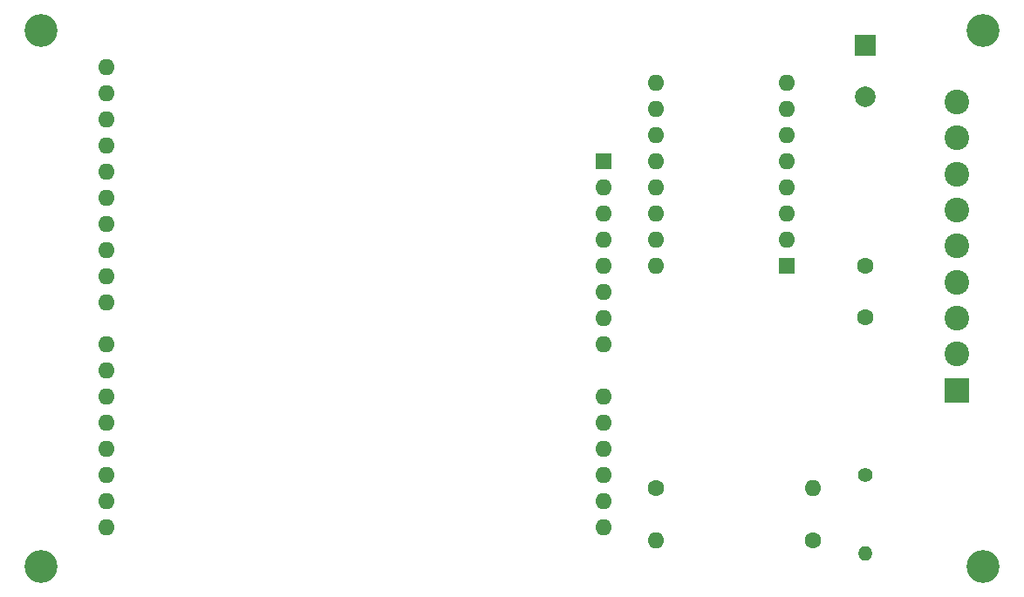
<source format=gts>
G04 #@! TF.GenerationSoftware,KiCad,Pcbnew,(7.0.0)*
G04 #@! TF.CreationDate,2023-03-04T18:09:34-06:00*
G04 #@! TF.ProjectId,417 Schematic,34313720-5363-4686-956d-617469632e6b,rev?*
G04 #@! TF.SameCoordinates,Original*
G04 #@! TF.FileFunction,Soldermask,Top*
G04 #@! TF.FilePolarity,Negative*
%FSLAX46Y46*%
G04 Gerber Fmt 4.6, Leading zero omitted, Abs format (unit mm)*
G04 Created by KiCad (PCBNEW (7.0.0)) date 2023-03-04 18:09:34*
%MOMM*%
%LPD*%
G01*
G04 APERTURE LIST*
%ADD10R,1.600000X1.600000*%
%ADD11O,1.600000X1.600000*%
%ADD12C,3.200000*%
%ADD13C,1.600000*%
%ADD14O,1.400000X1.400000*%
%ADD15C,1.400000*%
%ADD16C,2.400000*%
%ADD17R,2.400000X2.400000*%
%ADD18C,2.000000*%
%ADD19R,2.000000X2.000000*%
G04 APERTURE END LIST*
D10*
X146049999Y-60959999D03*
D11*
X146049999Y-63499999D03*
X146049999Y-66039999D03*
X146049999Y-68579999D03*
X146049999Y-71119999D03*
X146049999Y-73659999D03*
X146049999Y-76199999D03*
X146049999Y-78739999D03*
X146049999Y-83819999D03*
X146049999Y-86359999D03*
X146049999Y-88899999D03*
X146049999Y-91439999D03*
X146049999Y-93979999D03*
X146049999Y-96519999D03*
X97789999Y-96519999D03*
X97789999Y-93979999D03*
X97789999Y-91439999D03*
X97789999Y-88899999D03*
X97789999Y-86359999D03*
X97789999Y-83819999D03*
X97789999Y-81279999D03*
X97789999Y-78739999D03*
X97789999Y-74679999D03*
X97789999Y-72139999D03*
X97789999Y-69599999D03*
X97789999Y-67059999D03*
X97789999Y-64519999D03*
X97789999Y-61979999D03*
X97789999Y-59439999D03*
X97789999Y-56899999D03*
X97789999Y-54359999D03*
X97789999Y-51819999D03*
D12*
X91440000Y-100330000D03*
X182880000Y-100330000D03*
X182880000Y-48260000D03*
X91440000Y-48260000D03*
D11*
X151129999Y-97789999D03*
D13*
X166370000Y-97790000D03*
D11*
X166369999Y-92709999D03*
D13*
X151130000Y-92710000D03*
D14*
X171449999Y-99059999D03*
D15*
X171450000Y-91440000D03*
D10*
X163819999Y-71119999D03*
D11*
X163819999Y-68579999D03*
X163819999Y-66039999D03*
X163819999Y-63499999D03*
X163819999Y-60959999D03*
X163819999Y-58419999D03*
X163819999Y-55879999D03*
X163819999Y-53339999D03*
X151119999Y-53339999D03*
X151119999Y-55879999D03*
X151119999Y-58419999D03*
X151119999Y-60959999D03*
X151119999Y-63499999D03*
X151119999Y-66039999D03*
X151119999Y-68579999D03*
X151119999Y-71119999D03*
D16*
X180340000Y-55230000D03*
X180340000Y-58730000D03*
X180340000Y-62230000D03*
X180340000Y-65730000D03*
X180340000Y-69230000D03*
X180340000Y-72730000D03*
X180340000Y-76230000D03*
X180340000Y-79730000D03*
D17*
X180339999Y-83229999D03*
D18*
X171450000Y-54702300D03*
D19*
X171449999Y-49702299D03*
D13*
X171450000Y-76160000D03*
X171450000Y-71160000D03*
M02*

</source>
